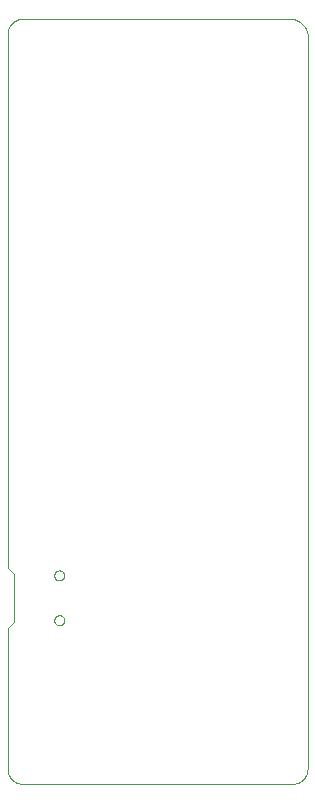
<source format=gm1>
G75*
%MOIN*%
%OFA0B0*%
%FSLAX25Y25*%
%IPPOS*%
%LPD*%
%AMOC8*
5,1,8,0,0,1.08239X$1,22.5*
%
%ADD10C,0.00000*%
D10*
X0021095Y0013900D02*
X0021095Y0060900D01*
X0023095Y0062900D01*
X0023095Y0078900D01*
X0021095Y0080900D01*
X0021095Y0258900D01*
X0021097Y0259040D01*
X0021103Y0259180D01*
X0021113Y0259320D01*
X0021126Y0259460D01*
X0021144Y0259599D01*
X0021166Y0259738D01*
X0021191Y0259875D01*
X0021220Y0260013D01*
X0021253Y0260149D01*
X0021290Y0260284D01*
X0021331Y0260418D01*
X0021376Y0260551D01*
X0021424Y0260683D01*
X0021476Y0260813D01*
X0021531Y0260942D01*
X0021590Y0261069D01*
X0021653Y0261195D01*
X0021719Y0261319D01*
X0021788Y0261440D01*
X0021861Y0261560D01*
X0021938Y0261678D01*
X0022017Y0261793D01*
X0022100Y0261907D01*
X0022186Y0262017D01*
X0022275Y0262126D01*
X0022367Y0262232D01*
X0022462Y0262335D01*
X0022559Y0262436D01*
X0022660Y0262533D01*
X0022763Y0262628D01*
X0022869Y0262720D01*
X0022978Y0262809D01*
X0023088Y0262895D01*
X0023202Y0262978D01*
X0023317Y0263057D01*
X0023435Y0263134D01*
X0023555Y0263207D01*
X0023676Y0263276D01*
X0023800Y0263342D01*
X0023926Y0263405D01*
X0024053Y0263464D01*
X0024182Y0263519D01*
X0024312Y0263571D01*
X0024444Y0263619D01*
X0024577Y0263664D01*
X0024711Y0263705D01*
X0024846Y0263742D01*
X0024982Y0263775D01*
X0025120Y0263804D01*
X0025257Y0263829D01*
X0025396Y0263851D01*
X0025535Y0263869D01*
X0025675Y0263882D01*
X0025815Y0263892D01*
X0025955Y0263898D01*
X0026095Y0263900D01*
X0116095Y0263900D01*
X0116251Y0263867D01*
X0116406Y0263830D01*
X0116560Y0263789D01*
X0116713Y0263744D01*
X0116865Y0263695D01*
X0117016Y0263643D01*
X0117165Y0263587D01*
X0117313Y0263527D01*
X0117459Y0263463D01*
X0117604Y0263396D01*
X0117747Y0263325D01*
X0117888Y0263251D01*
X0118027Y0263173D01*
X0118164Y0263092D01*
X0118299Y0263007D01*
X0118432Y0262919D01*
X0118563Y0262827D01*
X0118691Y0262733D01*
X0118817Y0262635D01*
X0118941Y0262534D01*
X0119062Y0262430D01*
X0119180Y0262323D01*
X0119295Y0262213D01*
X0119408Y0262100D01*
X0119518Y0261985D01*
X0119625Y0261867D01*
X0119729Y0261746D01*
X0119830Y0261622D01*
X0119928Y0261496D01*
X0120022Y0261368D01*
X0120114Y0261237D01*
X0120202Y0261104D01*
X0120287Y0260969D01*
X0120368Y0260832D01*
X0120446Y0260693D01*
X0120520Y0260552D01*
X0120591Y0260409D01*
X0120658Y0260264D01*
X0120722Y0260118D01*
X0120782Y0259970D01*
X0120838Y0259821D01*
X0120890Y0259670D01*
X0120939Y0259518D01*
X0120984Y0259365D01*
X0121025Y0259211D01*
X0121062Y0259056D01*
X0121095Y0258900D01*
X0121095Y0013900D01*
X0121093Y0013760D01*
X0121087Y0013620D01*
X0121077Y0013480D01*
X0121064Y0013340D01*
X0121046Y0013201D01*
X0121024Y0013062D01*
X0120999Y0012925D01*
X0120970Y0012787D01*
X0120937Y0012651D01*
X0120900Y0012516D01*
X0120859Y0012382D01*
X0120814Y0012249D01*
X0120766Y0012117D01*
X0120714Y0011987D01*
X0120659Y0011858D01*
X0120600Y0011731D01*
X0120537Y0011605D01*
X0120471Y0011481D01*
X0120402Y0011360D01*
X0120329Y0011240D01*
X0120252Y0011122D01*
X0120173Y0011007D01*
X0120090Y0010893D01*
X0120004Y0010783D01*
X0119915Y0010674D01*
X0119823Y0010568D01*
X0119728Y0010465D01*
X0119631Y0010364D01*
X0119530Y0010267D01*
X0119427Y0010172D01*
X0119321Y0010080D01*
X0119212Y0009991D01*
X0119102Y0009905D01*
X0118988Y0009822D01*
X0118873Y0009743D01*
X0118755Y0009666D01*
X0118635Y0009593D01*
X0118514Y0009524D01*
X0118390Y0009458D01*
X0118264Y0009395D01*
X0118137Y0009336D01*
X0118008Y0009281D01*
X0117878Y0009229D01*
X0117746Y0009181D01*
X0117613Y0009136D01*
X0117479Y0009095D01*
X0117344Y0009058D01*
X0117208Y0009025D01*
X0117070Y0008996D01*
X0116933Y0008971D01*
X0116794Y0008949D01*
X0116655Y0008931D01*
X0116515Y0008918D01*
X0116375Y0008908D01*
X0116235Y0008902D01*
X0116095Y0008900D01*
X0026095Y0008900D01*
X0025955Y0008902D01*
X0025815Y0008908D01*
X0025675Y0008918D01*
X0025535Y0008931D01*
X0025396Y0008949D01*
X0025257Y0008971D01*
X0025120Y0008996D01*
X0024982Y0009025D01*
X0024846Y0009058D01*
X0024711Y0009095D01*
X0024577Y0009136D01*
X0024444Y0009181D01*
X0024312Y0009229D01*
X0024182Y0009281D01*
X0024053Y0009336D01*
X0023926Y0009395D01*
X0023800Y0009458D01*
X0023676Y0009524D01*
X0023555Y0009593D01*
X0023435Y0009666D01*
X0023317Y0009743D01*
X0023202Y0009822D01*
X0023088Y0009905D01*
X0022978Y0009991D01*
X0022869Y0010080D01*
X0022763Y0010172D01*
X0022660Y0010267D01*
X0022559Y0010364D01*
X0022462Y0010465D01*
X0022367Y0010568D01*
X0022275Y0010674D01*
X0022186Y0010783D01*
X0022100Y0010893D01*
X0022017Y0011007D01*
X0021938Y0011122D01*
X0021861Y0011240D01*
X0021788Y0011360D01*
X0021719Y0011481D01*
X0021653Y0011605D01*
X0021590Y0011731D01*
X0021531Y0011858D01*
X0021476Y0011987D01*
X0021424Y0012117D01*
X0021376Y0012249D01*
X0021331Y0012382D01*
X0021290Y0012516D01*
X0021253Y0012651D01*
X0021220Y0012787D01*
X0021191Y0012925D01*
X0021166Y0013062D01*
X0021144Y0013201D01*
X0021126Y0013340D01*
X0021113Y0013480D01*
X0021103Y0013620D01*
X0021097Y0013760D01*
X0021095Y0013900D01*
X0036684Y0063420D02*
X0036686Y0063501D01*
X0036692Y0063583D01*
X0036702Y0063664D01*
X0036716Y0063744D01*
X0036733Y0063823D01*
X0036755Y0063902D01*
X0036780Y0063979D01*
X0036809Y0064056D01*
X0036842Y0064130D01*
X0036879Y0064203D01*
X0036918Y0064274D01*
X0036962Y0064343D01*
X0037008Y0064410D01*
X0037058Y0064474D01*
X0037111Y0064536D01*
X0037167Y0064596D01*
X0037225Y0064652D01*
X0037287Y0064706D01*
X0037351Y0064757D01*
X0037417Y0064804D01*
X0037485Y0064848D01*
X0037556Y0064889D01*
X0037628Y0064926D01*
X0037703Y0064960D01*
X0037778Y0064990D01*
X0037856Y0065016D01*
X0037934Y0065039D01*
X0038013Y0065057D01*
X0038093Y0065072D01*
X0038174Y0065083D01*
X0038255Y0065090D01*
X0038337Y0065093D01*
X0038418Y0065092D01*
X0038499Y0065087D01*
X0038580Y0065078D01*
X0038661Y0065065D01*
X0038741Y0065048D01*
X0038819Y0065028D01*
X0038897Y0065003D01*
X0038974Y0064975D01*
X0039049Y0064943D01*
X0039122Y0064908D01*
X0039193Y0064869D01*
X0039263Y0064826D01*
X0039330Y0064781D01*
X0039396Y0064732D01*
X0039458Y0064680D01*
X0039518Y0064624D01*
X0039575Y0064566D01*
X0039630Y0064506D01*
X0039681Y0064442D01*
X0039729Y0064377D01*
X0039774Y0064309D01*
X0039816Y0064239D01*
X0039854Y0064167D01*
X0039889Y0064093D01*
X0039920Y0064018D01*
X0039947Y0063941D01*
X0039970Y0063863D01*
X0039990Y0063784D01*
X0040006Y0063704D01*
X0040018Y0063623D01*
X0040026Y0063542D01*
X0040030Y0063461D01*
X0040030Y0063379D01*
X0040026Y0063298D01*
X0040018Y0063217D01*
X0040006Y0063136D01*
X0039990Y0063056D01*
X0039970Y0062977D01*
X0039947Y0062899D01*
X0039920Y0062822D01*
X0039889Y0062747D01*
X0039854Y0062673D01*
X0039816Y0062601D01*
X0039774Y0062531D01*
X0039729Y0062463D01*
X0039681Y0062398D01*
X0039630Y0062334D01*
X0039575Y0062274D01*
X0039518Y0062216D01*
X0039458Y0062160D01*
X0039396Y0062108D01*
X0039330Y0062059D01*
X0039263Y0062014D01*
X0039194Y0061971D01*
X0039122Y0061932D01*
X0039049Y0061897D01*
X0038974Y0061865D01*
X0038897Y0061837D01*
X0038819Y0061812D01*
X0038741Y0061792D01*
X0038661Y0061775D01*
X0038580Y0061762D01*
X0038499Y0061753D01*
X0038418Y0061748D01*
X0038337Y0061747D01*
X0038255Y0061750D01*
X0038174Y0061757D01*
X0038093Y0061768D01*
X0038013Y0061783D01*
X0037934Y0061801D01*
X0037856Y0061824D01*
X0037778Y0061850D01*
X0037703Y0061880D01*
X0037628Y0061914D01*
X0037556Y0061951D01*
X0037485Y0061992D01*
X0037417Y0062036D01*
X0037351Y0062083D01*
X0037287Y0062134D01*
X0037225Y0062188D01*
X0037167Y0062244D01*
X0037111Y0062304D01*
X0037058Y0062366D01*
X0037008Y0062430D01*
X0036962Y0062497D01*
X0036918Y0062566D01*
X0036879Y0062637D01*
X0036842Y0062710D01*
X0036809Y0062784D01*
X0036780Y0062861D01*
X0036755Y0062938D01*
X0036733Y0063017D01*
X0036716Y0063096D01*
X0036702Y0063176D01*
X0036692Y0063257D01*
X0036686Y0063339D01*
X0036684Y0063420D01*
X0036684Y0078380D02*
X0036686Y0078461D01*
X0036692Y0078543D01*
X0036702Y0078624D01*
X0036716Y0078704D01*
X0036733Y0078783D01*
X0036755Y0078862D01*
X0036780Y0078939D01*
X0036809Y0079016D01*
X0036842Y0079090D01*
X0036879Y0079163D01*
X0036918Y0079234D01*
X0036962Y0079303D01*
X0037008Y0079370D01*
X0037058Y0079434D01*
X0037111Y0079496D01*
X0037167Y0079556D01*
X0037225Y0079612D01*
X0037287Y0079666D01*
X0037351Y0079717D01*
X0037417Y0079764D01*
X0037485Y0079808D01*
X0037556Y0079849D01*
X0037628Y0079886D01*
X0037703Y0079920D01*
X0037778Y0079950D01*
X0037856Y0079976D01*
X0037934Y0079999D01*
X0038013Y0080017D01*
X0038093Y0080032D01*
X0038174Y0080043D01*
X0038255Y0080050D01*
X0038337Y0080053D01*
X0038418Y0080052D01*
X0038499Y0080047D01*
X0038580Y0080038D01*
X0038661Y0080025D01*
X0038741Y0080008D01*
X0038819Y0079988D01*
X0038897Y0079963D01*
X0038974Y0079935D01*
X0039049Y0079903D01*
X0039122Y0079868D01*
X0039193Y0079829D01*
X0039263Y0079786D01*
X0039330Y0079741D01*
X0039396Y0079692D01*
X0039458Y0079640D01*
X0039518Y0079584D01*
X0039575Y0079526D01*
X0039630Y0079466D01*
X0039681Y0079402D01*
X0039729Y0079337D01*
X0039774Y0079269D01*
X0039816Y0079199D01*
X0039854Y0079127D01*
X0039889Y0079053D01*
X0039920Y0078978D01*
X0039947Y0078901D01*
X0039970Y0078823D01*
X0039990Y0078744D01*
X0040006Y0078664D01*
X0040018Y0078583D01*
X0040026Y0078502D01*
X0040030Y0078421D01*
X0040030Y0078339D01*
X0040026Y0078258D01*
X0040018Y0078177D01*
X0040006Y0078096D01*
X0039990Y0078016D01*
X0039970Y0077937D01*
X0039947Y0077859D01*
X0039920Y0077782D01*
X0039889Y0077707D01*
X0039854Y0077633D01*
X0039816Y0077561D01*
X0039774Y0077491D01*
X0039729Y0077423D01*
X0039681Y0077358D01*
X0039630Y0077294D01*
X0039575Y0077234D01*
X0039518Y0077176D01*
X0039458Y0077120D01*
X0039396Y0077068D01*
X0039330Y0077019D01*
X0039263Y0076974D01*
X0039194Y0076931D01*
X0039122Y0076892D01*
X0039049Y0076857D01*
X0038974Y0076825D01*
X0038897Y0076797D01*
X0038819Y0076772D01*
X0038741Y0076752D01*
X0038661Y0076735D01*
X0038580Y0076722D01*
X0038499Y0076713D01*
X0038418Y0076708D01*
X0038337Y0076707D01*
X0038255Y0076710D01*
X0038174Y0076717D01*
X0038093Y0076728D01*
X0038013Y0076743D01*
X0037934Y0076761D01*
X0037856Y0076784D01*
X0037778Y0076810D01*
X0037703Y0076840D01*
X0037628Y0076874D01*
X0037556Y0076911D01*
X0037485Y0076952D01*
X0037417Y0076996D01*
X0037351Y0077043D01*
X0037287Y0077094D01*
X0037225Y0077148D01*
X0037167Y0077204D01*
X0037111Y0077264D01*
X0037058Y0077326D01*
X0037008Y0077390D01*
X0036962Y0077457D01*
X0036918Y0077526D01*
X0036879Y0077597D01*
X0036842Y0077670D01*
X0036809Y0077744D01*
X0036780Y0077821D01*
X0036755Y0077898D01*
X0036733Y0077977D01*
X0036716Y0078056D01*
X0036702Y0078136D01*
X0036692Y0078217D01*
X0036686Y0078299D01*
X0036684Y0078380D01*
M02*

</source>
